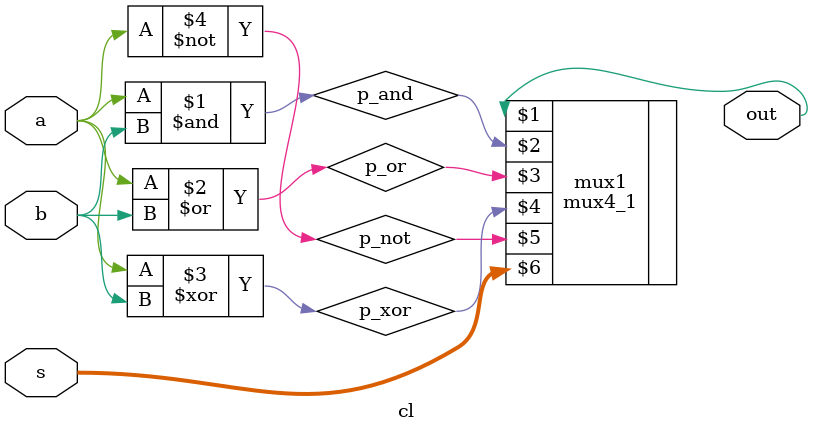
<source format=v>

module cl(output wire out, input wire a, b, input wire [1:0] s);
wire p_and, p_not, p_or, p_xor;

  and and1 (p_and, a, b);
  or or1 (p_or, a, b);
  xor xor1(p_xor, a, b);
  not not1 (p_not, a); 																																																																																																																																																																

  mux4_1 mux1(out, p_and, p_or, p_xor, p_not, s);

endmodule

</source>
